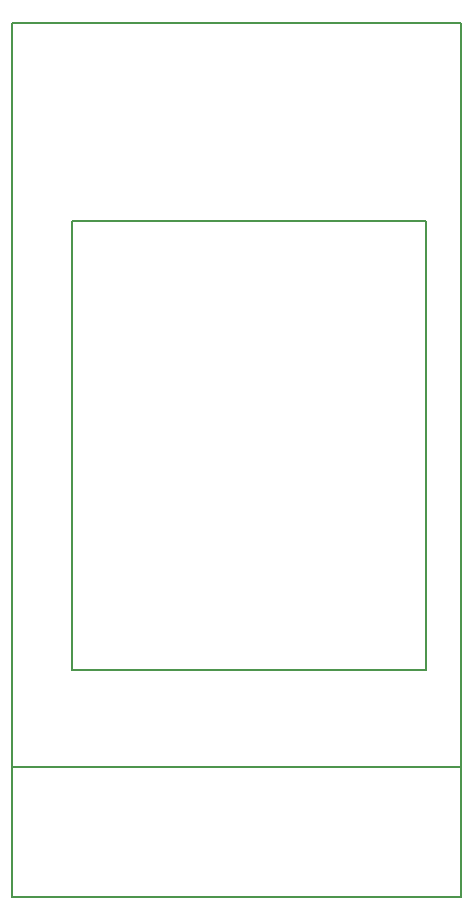
<source format=gbr>
G04 #@! TF.GenerationSoftware,KiCad,Pcbnew,(5.1.5)-3*
G04 #@! TF.CreationDate,2020-05-06T16:42:26+05:30*
G04 #@! TF.ProjectId,Tympan_D,54796d70-616e-45f4-942e-6b696361645f,rev?*
G04 #@! TF.SameCoordinates,PX6d878d0PY72e6100*
G04 #@! TF.FileFunction,Other,ECO1*
%FSLAX46Y46*%
G04 Gerber Fmt 4.6, Leading zero omitted, Abs format (unit mm)*
G04 Created by KiCad (PCBNEW (5.1.5)-3) date 2020-05-06 16:42:26*
%MOMM*%
%LPD*%
G04 APERTURE LIST*
%ADD10C,0.200000*%
G04 APERTURE END LIST*
D10*
X0Y74000000D02*
X0Y11000000D01*
X38000000Y74000000D02*
X0Y74000000D01*
X38000000Y11000000D02*
X38000000Y74000000D01*
X0Y11000000D02*
X38000000Y11000000D01*
X0Y74000000D02*
X0Y0D01*
X38000000Y74000000D02*
X0Y74000000D01*
X38000000Y0D02*
X38000000Y74000000D01*
X0Y0D02*
X38000000Y0D01*
X5000000Y57250000D02*
X5000000Y19250000D01*
X35000000Y57250000D02*
X5000000Y57250000D01*
X35000000Y19250000D02*
X35000000Y57250000D01*
X5000000Y19250000D02*
X35000000Y19250000D01*
M02*

</source>
